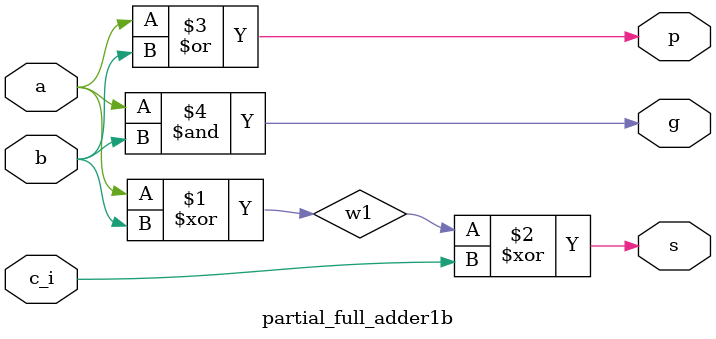
<source format=v>
/* Partial Adder, recebe dois números de 1 bit, A e B, e um carry in CIN.
Suas saídas são:
S - Soma (A ^ B ^ CIN)
P - Propagate, verifica se A e B propagam um carry. 1 caso propaga, 0 caso contrário. (A | N) 
G - Generate, verifica se A e B geram um carry. 1 caso gere, 0 caso contrário (A & B) */
module partial_full_adder1b (
    input a, b, c_i,
    output s, p, g
);
wire w1;

    xor U1 (w1, a, b);
    xor U2 (s, w1, c_i);
    or U3 (p, a, b);
    and U4 (g, a, b);

endmodule
</source>
